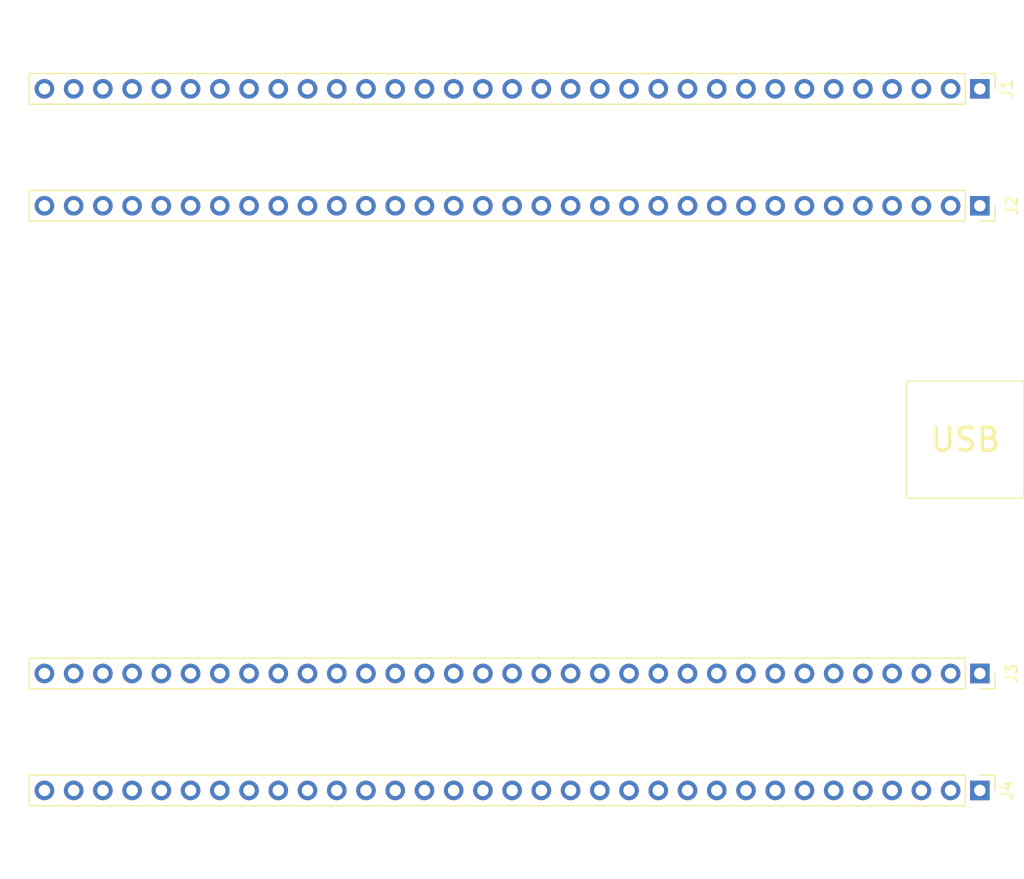
<source format=kicad_pcb>
(kicad_pcb (version 20211014) (generator pcbnew)
  (layers (0 "F.Cu" signal) (31 "B.Cu" signal) (34 "B.Paste" user) (35 "F.Paste" user) (36 "B.SilkS" user "B.Silkscreen") (37 "F.SilkS" user "F.Silkscreen") (38 "B.Mask" user) (39 "F.Mask" user) (44 "Edge.Cuts" user))
  (net 0 "")
  (net 1 "+3V0")
  (net 2 "GND")
  (net 3 "/VBAT")
  (net 4 "/PC13")
  (net 5 "/PC14")
  (net 6 "/PC15")
  (net 7 "/PF0")
  (net 8 "/PF1")
  (net 9 "/NRST")
  (net 10 "/PC0")
  (net 11 "/PC1")
  (net 12 "/PC2")
  (net 13 "/PC3")
  (net 14 "/PA0")
  (net 15 "/PA1")
  (net 16 "/PA2")
  (net 17 "/PA3")
  (net 18 "/PF4")
  (net 19 "/PF5")
  (net 20 "/PA4")
  (net 21 "/PA5")
  (net 22 "/PA6")
  (net 23 "/PA7")
  (net 24 "/PC4")
  (net 25 "/PC5")
  (net 26 "/PB0")
  (net 27 "/PB1")
  (net 28 "/PB2")
  (net 29 "/PB10")
  (net 30 "/PB11")
  (net 31 "/PB12")
  (net 32 "+5V")
  (net 33 "/PB9")
  (net 34 "/PB8")
  (net 35 "VDD")
  (net 36 "/BOOT")
  (net 37 "/PB7")
  (net 38 "/PB6")
  (net 39 "/PB5")
  (net 40 "/PB4")
  (net 41 "/PB3")
  (net 42 "/PD2")
  (net 43 "/PC12")
  (net 44 "/PC11")
  (net 45 "/PC10")
  (net 46 "/PA15")
  (net 47 "/PA14")
  (net 48 "/PF7")
  (net 49 "/PF6")
  (net 50 "/PA13")
  (net 51 "/PA12")
  (net 52 "/PA11")
  (net 53 "/PA10")
  (net 54 "/PA9")
  (net 55 "/PA8")
  (net 56 "/PC9")
  (net 57 "/PC8")
  (net 58 "/PC7")
  (net 59 "/PC6")
  (net 60 "/PB15")
  (net 61 "/PB14")
  (net 62 "/PB13")
  (footprint "Connector_PinSocket_2.54mm:PinSocket_1x33_P2.54mm_Vertical" (layer "F.Cu") (at 180.34 76.2 -90)
    (fp_text reference "J2" (at 0 -2.77 90) (layer "F.SilkS"))
    (fp_text value "Conn_01x33_Female")
    (fp_line (start 1.33 -1.33) (end 1.33 0) (layer "F.SilkS") (width 0.12))
    (fp_line (start -1.33 1.27) (end -1.33 82.61) (layer "F.SilkS") (width 0.12))
    (fp_line (start -1.33 1.27) (end 1.33 1.27) (layer "F.SilkS") (width 0.12))
    (fp_line (start -1.33 82.61) (end 1.33 82.61) (layer "F.SilkS") (width 0.12))
    (fp_line (start 0 -1.33) (end 1.33 -1.33) (layer "F.SilkS") (width 0.12))
    (fp_line (start 1.33 1.27) (end 1.33 82.61) (layer "F.SilkS") (width 0.12))
    (pad "1" thru_hole rect locked (at 0 0 270) (size 1.7 1.7) (drill 1) (layers *.Cu *.Mask) (net 1 "+3V0"))
    (pad "2" thru_hole oval locked (at 0 2.54 270) (size 1.7 1.7) (drill 1) (layers *.Cu *.Mask) (net 2 "GND"))
    (pad "3" thru_hole oval locked (at 0 5.08 270) (size 1.7 1.7) (drill 1) (layers *.Cu *.Mask) (net 3 "/VBAT"))
    (pad "4" thru_hole oval locked (at 0 7.62 270) (size 1.7 1.7) (drill 1) (layers *.Cu *.Mask) (net 4 "/PC13"))
    (pad "5" thru_hole oval locked (at 0 10.16 270) (size 1.7 1.7) (drill 1) (layers *.Cu *.Mask) (net 5 "/PC14"))
    (pad "6" thru_hole oval locked (at 0 12.7 270) (size 1.7 1.7) (drill 1) (layers *.Cu *.Mask) (net 6 "/PC15"))
    (pad "7" thru_hole oval locked (at 0 15.24 270) (size 1.7 1.7) (drill 1) (layers *.Cu *.Mask) (net 7 "/PF0"))
    (pad "8" thru_hole oval locked (at 0 17.78 270) (size 1.7 1.7) (drill 1) (layers *.Cu *.Mask) (net 8 "/PF1"))
    (pad "9" thru_hole oval locked (at 0 20.32 270) (size 1.7 1.7) (drill 1) (layers *.Cu *.Mask) (net 2 "GND"))
    (pad "10" thru_hole oval locked (at 0 22.86 270) (size 1.7 1.7) (drill 1) (layers *.Cu *.Mask) (net 9 "/NRST"))
    (pad "11" thru_hole oval locked (at 0 25.4 270) (size 1.7 1.7) (drill 1) (layers *.Cu *.Mask) (net 10 "/PC0"))
    (pad "12" thru_hole oval locked (at 0 27.94 270) (size 1.7 1.7) (drill 1) (layers *.Cu *.Mask) (net 11 "/PC1"))
    (pad "13" thru_hole oval locked (at 0 30.48 270) (size 1.7 1.7) (drill 1) (layers *.Cu *.Mask) (net 12 "/PC2"))
    (pad "14" thru_hole oval locked (at 0 33.02 270) (size 1.7 1.7) (drill 1) (layers *.Cu *.Mask) (net 13 "/PC3"))
    (pad "15" thru_hole oval locked (at 0 35.56 270) (size 1.7 1.7) (drill 1) (layers *.Cu *.Mask) (net 14 "/PA0"))
    (pad "16" thru_hole oval locked (at 0 38.1 270) (size 1.7 1.7) (drill 1) (layers *.Cu *.Mask) (net 15 "/PA1"))
    (pad "17" thru_hole oval locked (at 0 40.64 270) (size 1.7 1.7) (drill 1) (layers *.Cu *.Mask) (net 16 "/PA2"))
    (pad "18" thru_hole oval locked (at 0 43.18 270) (size 1.7 1.7) (drill 1) (layers *.Cu *.Mask) (net 17 "/PA3"))
    (pad "19" thru_hole oval locked (at 0 45.72 270) (size 1.7 1.7) (drill 1) (layers *.Cu *.Mask) (net 18 "/PF4"))
    (pad "20" thru_hole oval locked (at 0 48.26 270) (size 1.7 1.7) (drill 1) (layers *.Cu *.Mask) (net 19 "/PF5"))
    (pad "21" thru_hole oval locked (at 0 50.8 270) (size 1.7 1.7) (drill 1) (layers *.Cu *.Mask) (net 20 "/PA4"))
    (pad "22" thru_hole oval locked (at 0 53.34 270) (size 1.7 1.7) (drill 1) (layers *.Cu *.Mask) (net 21 "/PA5"))
    (pad "23" thru_hole oval locked (at 0 55.88 270) (size 1.7 1.7) (drill 1) (layers *.Cu *.Mask) (net 22 "/PA6"))
    (pad "24" thru_hole oval locked (at 0 58.42 270) (size 1.7 1.7) (drill 1) (layers *.Cu *.Mask) (net 23 "/PA7"))
    (pad "25" thru_hole oval locked (at 0 60.96 270) (size 1.7 1.7) (drill 1) (layers *.Cu *.Mask) (net 24 "/PC4"))
    (pad "26" thru_hole oval locked (at 0 63.5 270) (size 1.7 1.7) (drill 1) (layers *.Cu *.Mask) (net 25 "/PC5"))
    (pad "27" thru_hole oval locked (at 0 66.04 270) (size 1.7 1.7) (drill 1) (layers *.Cu *.Mask) (net 26 "/PB0"))
    (pad "28" thru_hole oval locked (at 0 68.58 270) (size 1.7 1.7) (drill 1) (layers *.Cu *.Mask) (net 27 "/PB1"))
    (pad "29" thru_hole oval locked (at 0 71.12 270) (size 1.7 1.7) (drill 1) (layers *.Cu *.Mask) (net 28 "/PB2"))
    (pad "30" thru_hole oval locked (at 0 73.66 270) (size 1.7 1.7) (drill 1) (layers *.Cu *.Mask) (net 29 "/PB10"))
    (pad "31" thru_hole oval locked (at 0 76.2 270) (size 1.7 1.7) (drill 1) (layers *.Cu *.Mask) (net 30 "/PB11"))
    (pad "32" thru_hole oval locked (at 0 78.74 270) (size 1.7 1.7) (drill 1) (layers *.Cu *.Mask) (net 31 "/PB12"))
    (pad "33" thru_hole oval locked (at 0 81.28 270) (size 1.7 1.7) (drill 1) (layers *.Cu *.Mask) (net 2 "GND"))
  )
  (footprint "Connector_PinHeader_2.54mm:PinHeader_1x33_P2.54mm_Vertical" (layer "F.Cu") (at 180.34 66.04 -90)
    (fp_text reference "J1" (at 0 -2.33 90) (layer "F.SilkS"))
    (fp_text value "Conn_01x33_Female")
    (fp_line (start -1.33 0) (end -1.33 -1.33) (layer "F.SilkS") (width 0.12))
    (fp_line (start 1.33 1.27) (end 1.33 82.61) (layer "F.SilkS") (width 0.12))
    (fp_line (start -1.33 1.27) (end 1.33 1.27) (layer "F.SilkS") (width 0.12))
    (fp_line (start -1.33 -1.33) (end 0 -1.33) (layer "F.SilkS") (width 0.12))
    (fp_line (start -1.33 82.61) (end 1.33 82.61) (layer "F.SilkS") (width 0.12))
    (fp_line (start -1.33 1.27) (end -1.33 82.61) (layer "F.SilkS") (width 0.12))
    (pad "1" thru_hole rect locked (at 0 0 270) (size 1.7 1.7) (drill 1) (layers *.Cu *.Mask) (net 1 "+3V0"))
    (pad "2" thru_hole oval locked (at 0 2.54 270) (size 1.7 1.7) (drill 1) (layers *.Cu *.Mask) (net 2 "GND"))
    (pad "3" thru_hole oval locked (at 0 5.08 270) (size 1.7 1.7) (drill 1) (layers *.Cu *.Mask) (net 3 "/VBAT"))
    (pad "4" thru_hole oval locked (at 0 7.62 270) (size 1.7 1.7) (drill 1) (layers *.Cu *.Mask) (net 4 "/PC13"))
    (pad "5" thru_hole oval locked (at 0 10.16 270) (size 1.7 1.7) (drill 1) (layers *.Cu *.Mask) (net 5 "/PC14"))
    (pad "6" thru_hole oval locked (at 0 12.7 270) (size 1.7 1.7) (drill 1) (layers *.Cu *.Mask) (net 6 "/PC15"))
    (pad "7" thru_hole oval locked (at 0 15.24 270) (size 1.7 1.7) (drill 1) (layers *.Cu *.Mask) (net 7 "/PF0"))
    (pad "8" thru_hole oval locked (at 0 17.78 270) (size 1.7 1.7) (drill 1) (layers *.Cu *.Mask) (net 8 "/PF1"))
    (pad "9" thru_hole oval locked (at 0 20.32 270) (size 1.7 1.7) (drill 1) (layers *.Cu *.Mask) (net 2 "GND"))
    (pad "10" thru_hole oval locked (at 0 22.86 270) (size 1.7 1.7) (drill 1) (layers *.Cu *.Mask) (net 9 "/NRST"))
    (pad "11" thru_hole oval locked (at 0 25.4 270) (size 1.7 1.7) (drill 1) (layers *.Cu *.Mask) (net 10 "/PC0"))
    (pad "12" thru_hole oval locked (at 0 27.94 270) (size 1.7 1.7) (drill 1) (layers *.Cu *.Mask) (net 11 "/PC1"))
    (pad "13" thru_hole oval locked (at 0 30.48 270) (size 1.7 1.7) (drill 1) (layers *.Cu *.Mask) (net 12 "/PC2"))
    (pad "14" thru_hole oval locked (at 0 33.02 270) (size 1.7 1.7) (drill 1) (layers *.Cu *.Mask) (net 13 "/PC3"))
    (pad "15" thru_hole oval locked (at 0 35.56 270) (size 1.7 1.7) (drill 1) (layers *.Cu *.Mask) (net 14 "/PA0"))
    (pad "16" thru_hole oval locked (at 0 38.1 270) (size 1.7 1.7) (drill 1) (layers *.Cu *.Mask) (net 15 "/PA1"))
    (pad "17" thru_hole oval locked (at 0 40.64 270) (size 1.7 1.7) (drill 1) (layers *.Cu *.Mask) (net 16 "/PA2"))
    (pad "18" thru_hole oval locked (at 0 43.18 270) (size 1.7 1.7) (drill 1) (layers *.Cu *.Mask) (net 17 "/PA3"))
    (pad "19" thru_hole oval locked (at 0 45.72 270) (size 1.7 1.7) (drill 1) (layers *.Cu *.Mask) (net 18 "/PF4"))
    (pad "20" thru_hole oval locked (at 0 48.26 270) (size 1.7 1.7) (drill 1) (layers *.Cu *.Mask) (net 19 "/PF5"))
    (pad "21" thru_hole oval locked (at 0 50.8 270) (size 1.7 1.7) (drill 1) (layers *.Cu *.Mask) (net 20 "/PA4"))
    (pad "22" thru_hole oval locked (at 0 53.34 270) (size 1.7 1.7) (drill 1) (layers *.Cu *.Mask) (net 21 "/PA5"))
    (pad "23" thru_hole oval locked (at 0 55.88 270) (size 1.7 1.7) (drill 1) (layers *.Cu *.Mask) (net 22 "/PA6"))
    (pad "24" thru_hole oval locked (at 0 58.42 270) (size 1.7 1.7) (drill 1) (layers *.Cu *.Mask) (net 23 "/PA7"))
    (pad "25" thru_hole oval locked (at 0 60.96 270) (size 1.7 1.7) (drill 1) (layers *.Cu *.Mask) (net 24 "/PC4"))
    (pad "26" thru_hole oval locked (at 0 63.5 270) (size 1.7 1.7) (drill 1) (layers *.Cu *.Mask) (net 25 "/PC5"))
    (pad "27" thru_hole oval locked (at 0 66.04 270) (size 1.7 1.7) (drill 1) (layers *.Cu *.Mask) (net 26 "/PB0"))
    (pad "28" thru_hole oval locked (at 0 68.58 270) (size 1.7 1.7) (drill 1) (layers *.Cu *.Mask) (net 27 "/PB1"))
    (pad "29" thru_hole oval locked (at 0 71.12 270) (size 1.7 1.7) (drill 1) (layers *.Cu *.Mask) (net 28 "/PB2"))
    (pad "30" thru_hole oval locked (at 0 73.66 270) (size 1.7 1.7) (drill 1) (layers *.Cu *.Mask) (net 29 "/PB10"))
    (pad "31" thru_hole oval locked (at 0 76.2 270) (size 1.7 1.7) (drill 1) (layers *.Cu *.Mask) (net 30 "/PB11"))
    (pad "32" thru_hole oval locked (at 0 78.74 270) (size 1.7 1.7) (drill 1) (layers *.Cu *.Mask) (net 31 "/PB12"))
    (pad "33" thru_hole oval locked (at 0 81.28 270) (size 1.7 1.7) (drill 1) (layers *.Cu *.Mask) (net 2 "GND"))
  )
  (footprint "Connector_PinHeader_2.54mm:PinHeader_1x33_P2.54mm_Vertical" (layer "F.Cu") (at 180.34 127 -90)
    (fp_text reference "J4" (at 0 -2.33 90) (layer "F.SilkS"))
    (fp_text value "Conn_01x33_Female")
    (fp_line (start -1.33 0) (end -1.33 -1.33) (layer "F.SilkS") (width 0.12))
    (fp_line (start -1.33 1.27) (end 1.33 1.27) (layer "F.SilkS") (width 0.12))
    (fp_line (start -1.33 82.61) (end 1.33 82.61) (layer "F.SilkS") (width 0.12))
    (fp_line (start -1.33 -1.33) (end 0 -1.33) (layer "F.SilkS") (width 0.12))
    (fp_line (start 1.33 1.27) (end 1.33 82.61) (layer "F.SilkS") (width 0.12))
    (fp_line (start -1.33 1.27) (end -1.33 82.61) (layer "F.SilkS") (width 0.12))
    (pad "1" thru_hole rect locked (at 0 0 270) (size 1.7 1.7) (drill 1) (layers *.Cu *.Mask) (net 32 "+5V"))
    (pad "2" thru_hole oval locked (at 0 2.54 270) (size 1.7 1.7) (drill 1) (layers *.Cu *.Mask) (net 2 "GND"))
    (pad "3" thru_hole oval locked (at 0 5.08 270) (size 1.7 1.7) (drill 1) (layers *.Cu *.Mask) (net 33 "/PB9"))
    (pad "4" thru_hole oval locked (at 0 7.62 270) (size 1.7 1.7) (drill 1) (layers *.Cu *.Mask) (net 34 "/PB8"))
    (pad "5" thru_hole oval locked (at 0 10.16 270) (size 1.7 1.7) (drill 1) (layers *.Cu *.Mask) (net 35 "VDD"))
    (pad "6" thru_hole oval locked (at 0 12.7 270) (size 1.7 1.7) (drill 1) (layers *.Cu *.Mask) (net 36 "/BOOT"))
    (pad "7" thru_hole oval locked (at 0 15.24 270) (size 1.7 1.7) (drill 1) (layers *.Cu *.Mask) (net 37 "/PB7"))
    (pad "8" thru_hole oval locked (at 0 17.78 270) (size 1.7 1.7) (drill 1) (layers *.Cu *.Mask) (net 38 "/PB6"))
    (pad "9" thru_hole oval locked (at 0 20.32 270) (size 1.7 1.7) (drill 1) (layers *.Cu *.Mask) (net 39 "/PB5"))
    (pad "10" thru_hole oval locked (at 0 22.86 270) (size 1.7 1.7) (drill 1) (layers *.Cu *.Mask) (net 40 "/PB4"))
    (pad "11" thru_hole oval locked (at 0 25.4 270) (size 1.7 1.7) (drill 1) (layers *.Cu *.Mask) (net 41 "/PB3"))
    (pad "12" thru_hole oval locked (at 0 27.94 270) (size 1.7 1.7) (drill 1) (layers *.Cu *.Mask) (net 42 "/PD2"))
    (pad "13" thru_hole oval locked (at 0 30.48 270) (size 1.7 1.7) (drill 1) (layers *.Cu *.Mask) (net 43 "/PC12"))
    (pad "14" thru_hole oval locked (at 0 33.02 270) (size 1.7 1.7) (drill 1) (layers *.Cu *.Mask) (net 44 "/PC11"))
    (pad "15" thru_hole oval locked (at 0 35.56 270) (size 1.7 1.7) (drill 1) (layers *.Cu *.Mask) (net 45 "/PC10"))
    (pad "16" thru_hole oval locked (at 0 38.1 270) (size 1.7 1.7) (drill 1) (layers *.Cu *.Mask) (net 46 "/PA15"))
    (pad "17" thru_hole oval locked (at 0 40.64 270) (size 1.7 1.7) (drill 1) (layers *.Cu *.Mask) (net 47 "/PA14"))
    (pad "18" thru_hole oval locked (at 0 43.18 270) (size 1.7 1.7) (drill 1) (layers *.Cu *.Mask) (net 48 "/PF7"))
    (pad "19" thru_hole oval locked (at 0 45.72 270) (size 1.7 1.7) (drill 1) (layers *.Cu *.Mask) (net 49 "/PF6"))
    (pad "20" thru_hole oval locked (at 0 48.26 270) (size 1.7 1.7) (drill 1) (layers *.Cu *.Mask) (net 50 "/PA13"))
    (pad "21" thru_hole oval locked (at 0 50.8 270) (size 1.7 1.7) (drill 1) (layers *.Cu *.Mask) (net 51 "/PA12"))
    (pad "22" thru_hole oval locked (at 0 53.34 270) (size 1.7 1.7) (drill 1) (layers *.Cu *.Mask) (net 52 "/PA11"))
    (pad "23" thru_hole oval locked (at 0 55.88 270) (size 1.7 1.7) (drill 1) (layers *.Cu *.Mask) (net 53 "/PA10"))
    (pad "24" thru_hole oval locked (at 0 58.42 270) (size 1.7 1.7) (drill 1) (layers *.Cu *.Mask) (net 54 "/PA9"))
    (pad "25" thru_hole oval locked (at 0 60.96 270) (size 1.7 1.7) (drill 1) (layers *.Cu *.Mask) (net 55 "/PA8"))
    (pad "26" thru_hole oval locked (at 0 63.5 270) (size 1.7 1.7) (drill 1) (layers *.Cu *.Mask) (net 56 "/PC9"))
    (pad "27" thru_hole oval locked (at 0 66.04 270) (size 1.7 1.7) (drill 1) (layers *.Cu *.Mask) (net 57 "/PC8"))
    (pad "28" thru_hole oval locked (at 0 68.58 270) (size 1.7 1.7) (drill 1) (layers *.Cu *.Mask) (net 58 "/PC7"))
    (pad "29" thru_hole oval locked (at 0 71.12 270) (size 1.7 1.7) (drill 1) (layers *.Cu *.Mask) (net 59 "/PC6"))
    (pad "30" thru_hole oval locked (at 0 73.66 270) (size 1.7 1.7) (drill 1) (layers *.Cu *.Mask) (net 60 "/PB15"))
    (pad "31" thru_hole oval locked (at 0 76.2 270) (size 1.7 1.7) (drill 1) (layers *.Cu *.Mask) (net 61 "/PB14"))
    (pad "32" thru_hole oval locked (at 0 78.74 270) (size 1.7 1.7) (drill 1) (layers *.Cu *.Mask) (net 62 "/PB13"))
    (pad "33" thru_hole oval locked (at 0 81.28 270) (size 1.7 1.7) (drill 1) (layers *.Cu *.Mask) (net 2 "GND"))
  )
  (footprint "Connector_PinSocket_2.54mm:PinSocket_1x33_P2.54mm_Vertical" (layer "F.Cu") (at 180.34 116.84 -90)
    (fp_text reference "J3" (at 0 -2.77 90) (layer "F.SilkS"))
    (fp_text value "Conn_01x33_Female")
    (fp_line (start -1.33 1.27) (end 1.33 1.27) (layer "F.SilkS") (width 0.12))
    (fp_line (start 1.33 -1.33) (end 1.33 0) (layer "F.SilkS") (width 0.12))
    (fp_line (start -1.33 82.61) (end 1.33 82.61) (layer "F.SilkS") (width 0.12))
    (fp_line (start -1.33 1.27) (end -1.33 82.61) (layer "F.SilkS") (width 0.12))
    (fp_line (start 0 -1.33) (end 1.33 -1.33) (layer "F.SilkS") (width 0.12))
    (fp_line (start 1.33 1.27) (end 1.33 82.61) (layer "F.SilkS") (width 0.12))
    (pad "1" thru_hole rect locked (at 0 0 270) (size 1.7 1.7) (drill 1) (layers *.Cu *.Mask) (net 32 "+5V"))
    (pad "2" thru_hole oval locked (at 0 2.54 270) (size 1.7 1.7) (drill 1) (layers *.Cu *.Mask) (net 2 "GND"))
    (pad "3" thru_hole oval locked (at 0 5.08 270) (size 1.7 1.7) (drill 1) (layers *.Cu *.Mask) (net 33 "/PB9"))
    (pad "4" thru_hole oval locked (at 0 7.62 270) (size 1.7 1.7) (drill 1) (layers *.Cu *.Mask) (net 34 "/PB8"))
    (pad "5" thru_hole oval locked (at 0 10.16 270) (size 1.7 1.7) (drill 1) (layers *.Cu *.Mask) (net 35 "VDD"))
    (pad "6" thru_hole oval locked (at 0 12.7 270) (size 1.7 1.7) (drill 1) (layers *.Cu *.Mask) (net 36 "/BOOT"))
    (pad "7" thru_hole oval locked (at 0 15.24 270) (size 1.7 1.7) (drill 1) (layers *.Cu *.Mask) (net 37 "/PB7"))
    (pad "8" thru_hole oval locked (at 0 17.78 270) (size 1.7 1.7) (drill 1) (layers *.Cu *.Mask) (net 38 "/PB6"))
    (pad "9" thru_hole oval locked (at 0 20.32 270) (size 1.7 1.7) (drill 1) (layers *.Cu *.Mask) (net 39 "/PB5"))
    (pad "10" thru_hole oval locked (at 0 22.86 270) (size 1.7 1.7) (drill 1) (layers *.Cu *.Mask) (net 40 "/PB4"))
    (pad "11" thru_hole oval locked (at 0 25.4 270) (size 1.7 1.7) (drill 1) (layers *.Cu *.Mask) (net 41 "/PB3"))
    (pad "12" thru_hole oval locked (at 0 27.94 270) (size 1.7 1.7) (drill 1) (layers *.Cu *.Mask) (net 42 "/PD2"))
    (pad "13" thru_hole oval locked (at 0 30.48 270) (size 1.7 1.7) (drill 1) (layers *.Cu *.Mask) (net 43 "/PC12"))
    (pad "14" thru_hole oval locked (at 0 33.02 270) (size 1.7 1.7) (drill 1) (layers *.Cu *.Mask) (net 44 "/PC11"))
    (pad "15" thru_hole oval locked (at 0 35.56 270) (size 1.7 1.7) (drill 1) (layers *.Cu *.Mask) (net 45 "/PC10"))
    (pad "16" thru_hole oval locked (at 0 38.1 270) (size 1.7 1.7) (drill 1) (layers *.Cu *.Mask) (net 46 "/PA15"))
    (pad "17" thru_hole oval locked (at 0 40.64 270) (size 1.7 1.7) (drill 1) (layers *.Cu *.Mask) (net 47 "/PA14"))
    (pad "18" thru_hole oval locked (at 0 43.18 270) (size 1.7 1.7) (drill 1) (layers *.Cu *.Mask) (net 48 "/PF7"))
    (pad "19" thru_hole oval locked (at 0 45.72 270) (size 1.7 1.7) (drill 1) (layers *.Cu *.Mask) (net 49 "/PF6"))
    (pad "20" thru_hole oval locked (at 0 48.26 270) (size 1.7 1.7) (drill 1) (layers *.Cu *.Mask) (net 50 "/PA13"))
    (pad "21" thru_hole oval locked (at 0 50.8 270) (size 1.7 1.7) (drill 1) (layers *.Cu *.Mask) (net 51 "/PA12"))
    (pad "22" thru_hole oval locked (at 0 53.34 270) (size 1.7 1.7) (drill 1) (layers *.Cu *.Mask) (net 52 "/PA11"))
    (pad "23" thru_hole oval locked (at 0 55.88 270) (size 1.7 1.7) (drill 1) (layers *.Cu *.Mask) (net 53 "/PA10"))
    (pad "24" thru_hole oval locked (at 0 58.42 270) (size 1.7 1.7) (drill 1) (layers *.Cu *.Mask) (net 54 "/PA9"))
    (pad "25" thru_hole oval locked (at 0 60.96 270) (size 1.7 1.7) (drill 1) (layers *.Cu *.Mask) (net 55 "/PA8"))
    (pad "26" thru_hole oval locked (at 0 63.5 270) (size 1.7 1.7) (drill 1) (layers *.Cu *.Mask) (net 56 "/PC9"))
    (pad "27" thru_hole oval locked (at 0 66.04 270) (size 1.7 1.7) (drill 1) (layers *.Cu *.Mask) (net 57 "/PC8"))
    (pad "28" thru_hole oval locked (at 0 68.58 270) (size 1.7 1.7) (drill 1) (layers *.Cu *.Mask) (net 58 "/PC7"))
    (pad "29" thru_hole oval locked (at 0 71.12 270) (size 1.7 1.7) (drill 1) (layers *.Cu *.Mask) (net 59 "/PC6"))
    (pad "30" thru_hole oval locked (at 0 73.66 270) (size 1.7 1.7) (drill 1) (layers *.Cu *.Mask) (net 60 "/PB15"))
    (pad "31" thru_hole oval locked (at 0 76.2 270) (size 1.7 1.7) (drill 1) (layers *.Cu *.Mask) (net 61 "/PB14"))
    (pad "32" thru_hole oval locked (at 0 78.74 270) (size 1.7 1.7) (drill 1) (layers *.Cu *.Mask) (net 62 "/PB13"))
    (pad "33" thru_hole oval locked (at 0 81.28 270) (size 1.7 1.7) (drill 1) (layers *.Cu *.Mask) (net 2 "GND"))
  )
  (gr_rect (start 173.99 91.44) (end 184.15 101.6) (layer "F.SilkS") (width 0.1) (fill none))
  (gr_text "USB" (at 179.07 96.52) (layer "F.SilkS") (effects (font (size 2 2) (thickness 0.3))))
)
</source>
